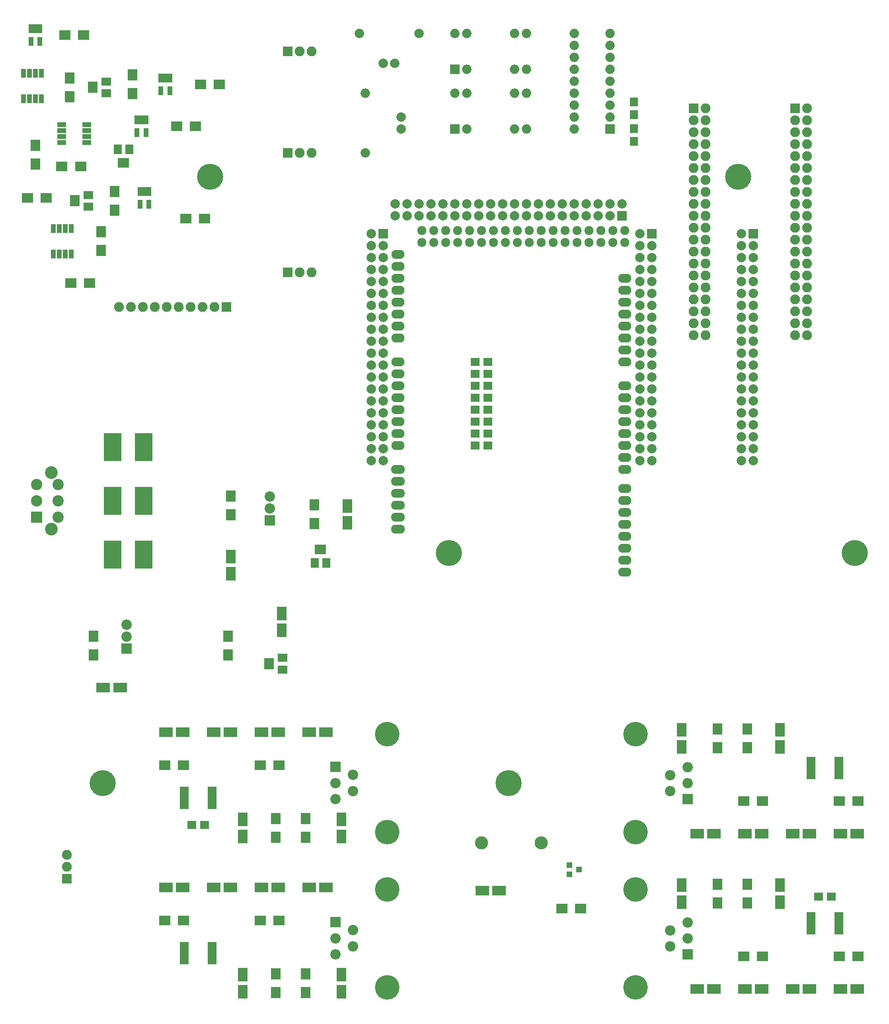
<source format=gbr>
G04 #@! TF.FileFunction,Soldermask,Top*
%FSLAX46Y46*%
G04 Gerber Fmt 4.6, Leading zero omitted, Abs format (unit mm)*
G04 Created by KiCad (PCBNEW 4.0.6) date 07/21/17 01:23:25*
%MOMM*%
%LPD*%
G01*
G04 APERTURE LIST*
%ADD10C,0.100000*%
%ADD11O,2.800000X1.924000*%
%ADD12O,2.940000X1.924000*%
%ADD13C,1.924000*%
%ADD14R,2.000200X2.000200*%
%ADD15C,2.000200*%
%ADD16R,2.100000X2.100000*%
%ADD17O,2.100000X2.100000*%
%ADD18C,5.539994*%
%ADD19C,5.539740*%
%ADD20R,3.702000X5.988000*%
%ADD21C,2.700000*%
%ADD22R,2.400000X2.400000*%
%ADD23C,2.400000*%
%ADD24C,2.000000*%
%ADD25R,3.000000X2.000000*%
%ADD26R,2.000000X3.000000*%
%ADD27R,1.300000X1.200000*%
%ADD28R,1.700000X1.900000*%
%ADD29R,1.900000X1.700000*%
%ADD30R,2.400000X2.100000*%
%ADD31R,2.100000X2.400000*%
%ADD32O,2.000000X2.000000*%
%ADD33C,2.800000*%
%ADD34O,2.800000X2.800000*%
%ADD35R,2.200000X2.200000*%
%ADD36O,2.200000X2.200000*%
%ADD37R,2.000000X2.000000*%
%ADD38R,1.050000X1.960000*%
%ADD39R,1.000000X1.950000*%
%ADD40R,1.950000X1.000000*%
%ADD41R,2.400000X2.000000*%
%ADD42R,2.000000X2.400000*%
%ADD43R,1.850000X0.850000*%
%ADD44C,5.226000*%
%ADD45R,2.000000X1.700000*%
%ADD46R,1.700000X2.000000*%
G04 APERTURE END LIST*
D10*
D11*
X144145000Y-92075000D03*
X144145000Y-89535000D03*
X144145000Y-86995000D03*
X144145000Y-84455000D03*
X144145000Y-81915000D03*
X144145000Y-79375000D03*
X144145000Y-76835000D03*
X144145000Y-74295000D03*
X95885000Y-69215000D03*
X95885000Y-71755000D03*
X95885000Y-74295000D03*
X95885000Y-76835000D03*
X95885000Y-86995000D03*
X95885000Y-92075000D03*
X95885000Y-94615000D03*
X95885000Y-84455000D03*
X95885000Y-81915000D03*
X95885000Y-79375000D03*
X95885000Y-97155000D03*
X95885000Y-99695000D03*
X95885000Y-102235000D03*
X95885000Y-109855000D03*
X95885000Y-107315000D03*
X95885000Y-104775000D03*
D12*
X95885000Y-114935000D03*
X95885000Y-117475000D03*
X95885000Y-120015000D03*
X95885000Y-125095000D03*
X95885000Y-127635000D03*
D11*
X144145000Y-97155000D03*
X144145000Y-99695000D03*
X144145000Y-102235000D03*
X144145000Y-104775000D03*
X144145000Y-107315000D03*
X144145000Y-109855000D03*
X144145000Y-112395000D03*
X144145000Y-114935000D03*
X144145000Y-118999000D03*
X144145000Y-121539000D03*
X144145000Y-124079000D03*
X144145000Y-126619000D03*
X144145000Y-129159000D03*
X144145000Y-131699000D03*
X144145000Y-134239000D03*
X144145000Y-136779000D03*
D12*
X95885000Y-122555000D03*
D13*
X141605000Y-66675000D03*
X141605000Y-64135000D03*
X139065000Y-66675000D03*
X139065000Y-64135000D03*
X136525000Y-66675000D03*
X136525000Y-64135000D03*
X133985000Y-66675000D03*
X133985000Y-64135000D03*
X144145000Y-66675000D03*
X144145000Y-64135000D03*
X131445000Y-64135000D03*
X131445000Y-66675000D03*
X128905000Y-66675000D03*
X128905000Y-64135000D03*
X126365000Y-66675000D03*
X126365000Y-64135000D03*
X123825000Y-66675000D03*
X123825000Y-64135000D03*
X121285000Y-66675000D03*
X121285000Y-64135000D03*
X118745000Y-66675000D03*
X118745000Y-64135000D03*
X116205000Y-66675000D03*
X116205000Y-64135000D03*
X113665000Y-66675000D03*
X113665000Y-64135000D03*
X111125000Y-66675000D03*
X111125000Y-64135000D03*
X108585000Y-66675000D03*
X108585000Y-64135000D03*
X106045000Y-66675000D03*
X106045000Y-64135000D03*
X103505000Y-66675000D03*
X103505000Y-64135000D03*
X100965000Y-66675000D03*
X100965000Y-64135000D03*
D14*
X92710000Y-64770000D03*
D15*
X90170000Y-64770000D03*
X92710000Y-67310000D03*
X90170000Y-67310000D03*
X92710000Y-69850000D03*
X90170000Y-69850000D03*
X92710000Y-72390000D03*
X90170000Y-72390000D03*
X92710000Y-74930000D03*
X90170000Y-74930000D03*
X92710000Y-77470000D03*
X90170000Y-77470000D03*
X92710000Y-80010000D03*
X90170000Y-80010000D03*
X92710000Y-82550000D03*
X90170000Y-82550000D03*
X92710000Y-85090000D03*
X90170000Y-85090000D03*
X92710000Y-87630000D03*
X90170000Y-87630000D03*
X92710000Y-90170000D03*
X90170000Y-90170000D03*
X92710000Y-92710000D03*
X90170000Y-92710000D03*
X92710000Y-95250000D03*
X90170000Y-95250000D03*
X92710000Y-97790000D03*
X90170000Y-97790000D03*
X92710000Y-100330000D03*
X90170000Y-100330000D03*
X92710000Y-102870000D03*
X90170000Y-102870000D03*
X92710000Y-105410000D03*
X90170000Y-105410000D03*
X92710000Y-107950000D03*
X90170000Y-107950000D03*
X92710000Y-110490000D03*
X90170000Y-110490000D03*
X92710000Y-113030000D03*
X90170000Y-113030000D03*
D14*
X143510000Y-60960000D03*
D15*
X143510000Y-58420000D03*
X140970000Y-60960000D03*
X140970000Y-58420000D03*
X138430000Y-60960000D03*
X138430000Y-58420000D03*
X135890000Y-60960000D03*
X135890000Y-58420000D03*
X133350000Y-60960000D03*
X133350000Y-58420000D03*
X130810000Y-60960000D03*
X130810000Y-58420000D03*
X128270000Y-60960000D03*
X128270000Y-58420000D03*
X125730000Y-60960000D03*
X125730000Y-58420000D03*
X123190000Y-60960000D03*
X123190000Y-58420000D03*
X120650000Y-60960000D03*
X120650000Y-58420000D03*
X118110000Y-60960000D03*
X118110000Y-58420000D03*
X115570000Y-60960000D03*
X115570000Y-58420000D03*
X113030000Y-60960000D03*
X113030000Y-58420000D03*
X110490000Y-60960000D03*
X110490000Y-58420000D03*
X107950000Y-60960000D03*
X107950000Y-58420000D03*
X105410000Y-60960000D03*
X105410000Y-58420000D03*
X102870000Y-60960000D03*
X102870000Y-58420000D03*
X100330000Y-60960000D03*
X100330000Y-58420000D03*
X97790000Y-60960000D03*
X97790000Y-58420000D03*
X95250000Y-60960000D03*
X95250000Y-58420000D03*
D14*
X149860000Y-64770000D03*
D15*
X147320000Y-64770000D03*
X149860000Y-67310000D03*
X147320000Y-67310000D03*
X149860000Y-69850000D03*
X147320000Y-69850000D03*
X149860000Y-72390000D03*
X147320000Y-72390000D03*
X149860000Y-74930000D03*
X147320000Y-74930000D03*
X149860000Y-77470000D03*
X147320000Y-77470000D03*
X149860000Y-80010000D03*
X147320000Y-80010000D03*
X149860000Y-82550000D03*
X147320000Y-82550000D03*
X149860000Y-85090000D03*
X147320000Y-85090000D03*
X149860000Y-87630000D03*
X147320000Y-87630000D03*
X149860000Y-90170000D03*
X147320000Y-90170000D03*
X149860000Y-92710000D03*
X147320000Y-92710000D03*
X149860000Y-95250000D03*
X147320000Y-95250000D03*
X149860000Y-97790000D03*
X147320000Y-97790000D03*
X149860000Y-100330000D03*
X147320000Y-100330000D03*
X149860000Y-102870000D03*
X147320000Y-102870000D03*
X149860000Y-105410000D03*
X147320000Y-105410000D03*
X149860000Y-107950000D03*
X147320000Y-107950000D03*
X149860000Y-110490000D03*
X147320000Y-110490000D03*
X149860000Y-113030000D03*
X147320000Y-113030000D03*
D14*
X171450000Y-64770000D03*
D15*
X168910000Y-64770000D03*
X171450000Y-67310000D03*
X168910000Y-67310000D03*
X171450000Y-69850000D03*
X168910000Y-69850000D03*
X171450000Y-72390000D03*
X168910000Y-72390000D03*
X171450000Y-74930000D03*
X168910000Y-74930000D03*
X171450000Y-77470000D03*
X168910000Y-77470000D03*
X171450000Y-80010000D03*
X168910000Y-80010000D03*
X171450000Y-82550000D03*
X168910000Y-82550000D03*
X171450000Y-85090000D03*
X168910000Y-85090000D03*
X171450000Y-87630000D03*
X168910000Y-87630000D03*
X171450000Y-90170000D03*
X168910000Y-90170000D03*
X171450000Y-92710000D03*
X168910000Y-92710000D03*
X171450000Y-95250000D03*
X168910000Y-95250000D03*
X171450000Y-97790000D03*
X168910000Y-97790000D03*
X171450000Y-100330000D03*
X168910000Y-100330000D03*
X171450000Y-102870000D03*
X168910000Y-102870000D03*
X171450000Y-105410000D03*
X168910000Y-105410000D03*
X171450000Y-107950000D03*
X168910000Y-107950000D03*
X171450000Y-110490000D03*
X168910000Y-110490000D03*
X171450000Y-113030000D03*
X168910000Y-113030000D03*
D16*
X72390000Y-47625000D03*
D17*
X74930000Y-47625000D03*
X77470000Y-47625000D03*
D16*
X158750000Y-38100000D03*
D17*
X161290000Y-38100000D03*
X158750000Y-40640000D03*
X161290000Y-40640000D03*
X158750000Y-43180000D03*
X161290000Y-43180000D03*
X158750000Y-45720000D03*
X161290000Y-45720000D03*
X158750000Y-48260000D03*
X161290000Y-48260000D03*
X158750000Y-50800000D03*
X161290000Y-50800000D03*
X158750000Y-53340000D03*
X161290000Y-53340000D03*
X158750000Y-55880000D03*
X161290000Y-55880000D03*
X158750000Y-58420000D03*
X161290000Y-58420000D03*
X158750000Y-60960000D03*
X161290000Y-60960000D03*
X158750000Y-63500000D03*
X161290000Y-63500000D03*
X158750000Y-66040000D03*
X161290000Y-66040000D03*
X158750000Y-68580000D03*
X161290000Y-68580000D03*
X158750000Y-71120000D03*
X161290000Y-71120000D03*
X158750000Y-73660000D03*
X161290000Y-73660000D03*
X158750000Y-76200000D03*
X161290000Y-76200000D03*
X158750000Y-78740000D03*
X161290000Y-78740000D03*
X158750000Y-81280000D03*
X161290000Y-81280000D03*
X158750000Y-83820000D03*
X161290000Y-83820000D03*
X158750000Y-86360000D03*
X161290000Y-86360000D03*
D18*
X119380000Y-181610000D03*
D19*
X33020000Y-181610000D03*
D20*
X41719500Y-133032500D03*
X35115500Y-133032500D03*
D21*
X22152500Y-127602500D03*
D22*
X18972500Y-125102500D03*
D23*
X18972500Y-121602500D03*
X18972500Y-118102500D03*
X23572500Y-125102500D03*
X23572500Y-121602500D03*
X23572500Y-118102500D03*
D21*
X22152500Y-115602500D03*
D24*
X96520000Y-40005000D03*
X96520000Y-42505000D03*
X92710000Y-28575000D03*
X95210000Y-28575000D03*
D25*
X70380000Y-170815000D03*
X66780000Y-170815000D03*
D26*
X62865000Y-192935000D03*
X62865000Y-189335000D03*
D25*
X50060000Y-170815000D03*
X46460000Y-170815000D03*
X70380000Y-203835000D03*
X66780000Y-203835000D03*
D26*
X62865000Y-225955000D03*
X62865000Y-222355000D03*
D25*
X50060000Y-203835000D03*
X46460000Y-203835000D03*
X56620000Y-203835000D03*
X60220000Y-203835000D03*
X56620000Y-170815000D03*
X60220000Y-170815000D03*
D26*
X83820000Y-192935000D03*
X83820000Y-189335000D03*
D25*
X80540000Y-170815000D03*
X76940000Y-170815000D03*
D26*
X83820000Y-225955000D03*
X83820000Y-222355000D03*
D25*
X80540000Y-203835000D03*
X76940000Y-203835000D03*
X169650000Y-225425000D03*
X173250000Y-225425000D03*
D26*
X177165000Y-203305000D03*
X177165000Y-206905000D03*
D25*
X189970000Y-225425000D03*
X193570000Y-225425000D03*
X169650000Y-192405000D03*
X173250000Y-192405000D03*
D26*
X177165000Y-170285000D03*
X177165000Y-173885000D03*
D25*
X189970000Y-192405000D03*
X193570000Y-192405000D03*
X183410000Y-192405000D03*
X179810000Y-192405000D03*
X183410000Y-225425000D03*
X179810000Y-225425000D03*
D26*
X156210000Y-203305000D03*
X156210000Y-206905000D03*
D25*
X159490000Y-225425000D03*
X163090000Y-225425000D03*
D26*
X156210000Y-170285000D03*
X156210000Y-173885000D03*
D25*
X159490000Y-192405000D03*
X163090000Y-192405000D03*
D26*
X60325000Y-137055000D03*
X60325000Y-133455000D03*
D25*
X33125000Y-161290000D03*
X36725000Y-161290000D03*
D26*
X85090000Y-122660000D03*
X85090000Y-126260000D03*
X71120000Y-149120000D03*
X71120000Y-145520000D03*
D25*
X113770000Y-204470000D03*
X117370000Y-204470000D03*
D16*
X59372500Y-80327500D03*
D17*
X56832500Y-80327500D03*
X54292500Y-80327500D03*
X51752500Y-80327500D03*
X49212500Y-80327500D03*
X46672500Y-80327500D03*
X44132500Y-80327500D03*
X41592500Y-80327500D03*
X39052500Y-80327500D03*
X36512500Y-80327500D03*
D16*
X25400000Y-201930000D03*
D17*
X25400000Y-199390000D03*
X25400000Y-196850000D03*
D27*
X132350000Y-199075000D03*
X132350000Y-200975000D03*
X134350000Y-200025000D03*
D28*
X146050000Y-45165000D03*
X146050000Y-42465000D03*
X146050000Y-36750000D03*
X146050000Y-39450000D03*
D29*
X112315000Y-109855000D03*
X115015000Y-109855000D03*
X112315000Y-104775000D03*
X115015000Y-104775000D03*
X112315000Y-99695000D03*
X115015000Y-99695000D03*
X112315000Y-94615000D03*
X115015000Y-94615000D03*
X112315000Y-107315000D03*
X115015000Y-107315000D03*
X112315000Y-102235000D03*
X115015000Y-102235000D03*
X112315000Y-97155000D03*
X115015000Y-97155000D03*
X112315000Y-92075000D03*
X115015000Y-92075000D03*
D30*
X48800000Y-41910000D03*
X52800000Y-41910000D03*
X24987500Y-22542500D03*
X28987500Y-22542500D03*
X24352500Y-50482500D03*
X28352500Y-50482500D03*
D31*
X18732500Y-45942500D03*
X18732500Y-49942500D03*
D30*
X53880000Y-33020000D03*
X57880000Y-33020000D03*
D31*
X39370000Y-35020000D03*
X39370000Y-31020000D03*
D24*
X88900000Y-47625000D03*
D32*
X88900000Y-34925000D03*
D24*
X100330000Y-22225000D03*
D32*
X87630000Y-22225000D03*
D29*
X51990000Y-190500000D03*
X54690000Y-190500000D03*
D31*
X76200000Y-189135000D03*
X76200000Y-193135000D03*
X76200000Y-222155000D03*
X76200000Y-226155000D03*
D29*
X188040000Y-205740000D03*
X185340000Y-205740000D03*
D31*
X163830000Y-174085000D03*
X163830000Y-170085000D03*
X163830000Y-207105000D03*
X163830000Y-203105000D03*
X78105000Y-122460000D03*
X78105000Y-126460000D03*
X59690000Y-154400000D03*
X59690000Y-150400000D03*
D30*
X130715000Y-208280000D03*
X134715000Y-208280000D03*
D31*
X26035000Y-31655000D03*
X26035000Y-35655000D03*
D30*
X50705000Y-61595000D03*
X54705000Y-61595000D03*
D31*
X35560000Y-55785000D03*
X35560000Y-59785000D03*
D30*
X17050000Y-57150000D03*
X21050000Y-57150000D03*
D31*
X32702500Y-68357500D03*
X32702500Y-64357500D03*
D30*
X26257500Y-75247500D03*
X30257500Y-75247500D03*
D33*
X113665000Y-194310000D03*
D34*
X126365000Y-194310000D03*
D35*
X68580000Y-125730000D03*
D36*
X68580000Y-123190000D03*
X68580000Y-120650000D03*
D35*
X38100000Y-153035000D03*
D36*
X38100000Y-150495000D03*
X38100000Y-147955000D03*
D37*
X140970000Y-42545000D03*
D32*
X133350000Y-22225000D03*
X140970000Y-40005000D03*
X133350000Y-24765000D03*
X140970000Y-37465000D03*
X133350000Y-27305000D03*
X140970000Y-34925000D03*
X133350000Y-29845000D03*
X140970000Y-32385000D03*
X133350000Y-32385000D03*
X140970000Y-29845000D03*
X133350000Y-34925000D03*
X140970000Y-27305000D03*
X133350000Y-37465000D03*
X140970000Y-24765000D03*
X133350000Y-40005000D03*
X140970000Y-22225000D03*
X133350000Y-42545000D03*
D37*
X107950000Y-42545000D03*
D32*
X123190000Y-34925000D03*
X110490000Y-42545000D03*
X120650000Y-34925000D03*
X120650000Y-42545000D03*
X110490000Y-34925000D03*
X123190000Y-42545000D03*
X107950000Y-34925000D03*
D37*
X107950000Y-29845000D03*
D32*
X123190000Y-22225000D03*
X110490000Y-29845000D03*
X120650000Y-22225000D03*
X120650000Y-29845000D03*
X110490000Y-22225000D03*
X123190000Y-29845000D03*
X107950000Y-22225000D03*
D38*
X42225000Y-40560000D03*
X41275000Y-40560000D03*
X40325000Y-40560000D03*
X40325000Y-43260000D03*
X42225000Y-43260000D03*
X19682500Y-21192500D03*
X18732500Y-21192500D03*
X17782500Y-21192500D03*
X17782500Y-23892500D03*
X19682500Y-23892500D03*
D39*
X20002500Y-30637500D03*
X18732500Y-30637500D03*
X17462500Y-30637500D03*
X16192500Y-30637500D03*
X16192500Y-36037500D03*
X17462500Y-36037500D03*
X18732500Y-36037500D03*
X20002500Y-36037500D03*
D40*
X29687500Y-45402500D03*
X29687500Y-44132500D03*
X29687500Y-42862500D03*
X29687500Y-41592500D03*
X24287500Y-41592500D03*
X24287500Y-42862500D03*
X24287500Y-44132500D03*
X24287500Y-45402500D03*
D38*
X47305000Y-31670000D03*
X46355000Y-31670000D03*
X45405000Y-31670000D03*
X45405000Y-34370000D03*
X47305000Y-34370000D03*
X42860000Y-55800000D03*
X41910000Y-55800000D03*
X40960000Y-55800000D03*
X40960000Y-58500000D03*
X42860000Y-58500000D03*
D39*
X26352500Y-63657500D03*
X25082500Y-63657500D03*
X23812500Y-63657500D03*
X22542500Y-63657500D03*
X22542500Y-69057500D03*
X23812500Y-69057500D03*
X25082500Y-69057500D03*
X26352500Y-69057500D03*
D41*
X70580000Y-177800000D03*
X66580000Y-177800000D03*
D42*
X69850000Y-189135000D03*
X69850000Y-193135000D03*
D41*
X50260000Y-177800000D03*
X46260000Y-177800000D03*
X70580000Y-210820000D03*
X66580000Y-210820000D03*
D42*
X69850000Y-222155000D03*
X69850000Y-226155000D03*
D41*
X169450000Y-218440000D03*
X173450000Y-218440000D03*
D42*
X170180000Y-207105000D03*
X170180000Y-203105000D03*
D41*
X189770000Y-218440000D03*
X193770000Y-218440000D03*
X169450000Y-185420000D03*
X173450000Y-185420000D03*
D42*
X170180000Y-174085000D03*
X170180000Y-170085000D03*
D41*
X189770000Y-185420000D03*
X193770000Y-185420000D03*
D42*
X60325000Y-120555000D03*
X60325000Y-124555000D03*
X31115000Y-154400000D03*
X31115000Y-150400000D03*
D41*
X50260000Y-210820000D03*
X46260000Y-210820000D03*
D16*
X72390000Y-73025000D03*
D17*
X74930000Y-73025000D03*
X77470000Y-73025000D03*
D16*
X72390000Y-26035000D03*
D17*
X74930000Y-26035000D03*
X77470000Y-26035000D03*
D16*
X180340000Y-38100000D03*
D17*
X182880000Y-38100000D03*
X180340000Y-40640000D03*
X182880000Y-40640000D03*
X180340000Y-43180000D03*
X182880000Y-43180000D03*
X180340000Y-45720000D03*
X182880000Y-45720000D03*
X180340000Y-48260000D03*
X182880000Y-48260000D03*
X180340000Y-50800000D03*
X182880000Y-50800000D03*
X180340000Y-53340000D03*
X182880000Y-53340000D03*
X180340000Y-55880000D03*
X182880000Y-55880000D03*
X180340000Y-58420000D03*
X182880000Y-58420000D03*
X180340000Y-60960000D03*
X182880000Y-60960000D03*
X180340000Y-63500000D03*
X182880000Y-63500000D03*
X180340000Y-66040000D03*
X182880000Y-66040000D03*
X180340000Y-68580000D03*
X182880000Y-68580000D03*
X180340000Y-71120000D03*
X182880000Y-71120000D03*
X180340000Y-73660000D03*
X182880000Y-73660000D03*
X180340000Y-76200000D03*
X182880000Y-76200000D03*
X180340000Y-78740000D03*
X182880000Y-78740000D03*
X180340000Y-81280000D03*
X182880000Y-81280000D03*
X180340000Y-83820000D03*
X182880000Y-83820000D03*
X180340000Y-86360000D03*
X182880000Y-86360000D03*
D43*
X56290000Y-219755000D03*
X56290000Y-219105000D03*
X56290000Y-218455000D03*
X56290000Y-217805000D03*
X56290000Y-217155000D03*
X56290000Y-216505000D03*
X56290000Y-215855000D03*
X50390000Y-215855000D03*
X50390000Y-216505000D03*
X50390000Y-217155000D03*
X50390000Y-217805000D03*
X50390000Y-218455000D03*
X50390000Y-219105000D03*
X50390000Y-219755000D03*
X56290000Y-186735000D03*
X56290000Y-186085000D03*
X56290000Y-185435000D03*
X56290000Y-184785000D03*
X56290000Y-184135000D03*
X56290000Y-183485000D03*
X56290000Y-182835000D03*
X50390000Y-182835000D03*
X50390000Y-183485000D03*
X50390000Y-184135000D03*
X50390000Y-184785000D03*
X50390000Y-185435000D03*
X50390000Y-186085000D03*
X50390000Y-186735000D03*
X183740000Y-176485000D03*
X183740000Y-177135000D03*
X183740000Y-177785000D03*
X183740000Y-178435000D03*
X183740000Y-179085000D03*
X183740000Y-179735000D03*
X183740000Y-180385000D03*
X189640000Y-180385000D03*
X189640000Y-179735000D03*
X189640000Y-179085000D03*
X189640000Y-178435000D03*
X189640000Y-177785000D03*
X189640000Y-177135000D03*
X189640000Y-176485000D03*
X183740000Y-209505000D03*
X183740000Y-210155000D03*
X183740000Y-210805000D03*
X183740000Y-211455000D03*
X183740000Y-212105000D03*
X183740000Y-212755000D03*
X183740000Y-213405000D03*
X189640000Y-213405000D03*
X189640000Y-212755000D03*
X189640000Y-212105000D03*
X189640000Y-211455000D03*
X189640000Y-210805000D03*
X189640000Y-210155000D03*
X189640000Y-209505000D03*
D18*
X168275000Y-52705000D03*
X55880000Y-52705000D03*
X193040000Y-132715000D03*
D19*
X106680000Y-132715000D03*
D20*
X41719500Y-121602500D03*
X35115500Y-121602500D03*
X41719500Y-110172500D03*
X35115500Y-110172500D03*
D35*
X82550000Y-178181000D03*
D36*
X86250000Y-179881000D03*
X82550000Y-181581000D03*
X86250000Y-183281000D03*
X82550000Y-184981000D03*
D44*
X93599000Y-171196000D03*
X93599000Y-192024000D03*
D35*
X82550000Y-211201000D03*
D36*
X86250000Y-212901000D03*
X82550000Y-214601000D03*
X86250000Y-216301000D03*
X82550000Y-218001000D03*
D44*
X93599000Y-204216000D03*
X93599000Y-225044000D03*
D35*
X157480000Y-218059000D03*
D36*
X153780000Y-216359000D03*
X157480000Y-214659000D03*
X153780000Y-212959000D03*
X157480000Y-211259000D03*
D44*
X146431000Y-225044000D03*
X146431000Y-204216000D03*
D35*
X157480000Y-185039000D03*
D36*
X153780000Y-183339000D03*
X157480000Y-181639000D03*
X153780000Y-179939000D03*
X157480000Y-178239000D03*
D44*
X146431000Y-192024000D03*
X146431000Y-171196000D03*
D45*
X71300000Y-154960000D03*
X71300000Y-157460000D03*
D42*
X68400000Y-156210000D03*
D46*
X80625000Y-134800000D03*
X78125000Y-134800000D03*
D41*
X79375000Y-131900000D03*
D45*
X30025000Y-56535000D03*
X30025000Y-59035000D03*
D42*
X27125000Y-57785000D03*
D46*
X36215000Y-46810000D03*
X38715000Y-46810000D03*
D41*
X37465000Y-49710000D03*
D45*
X33835000Y-32405000D03*
X33835000Y-34905000D03*
D42*
X30935000Y-33655000D03*
M02*

</source>
